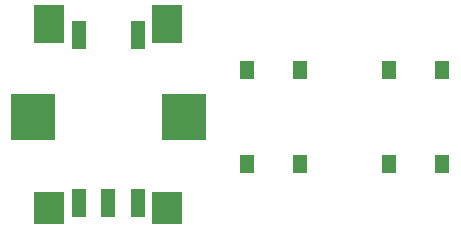
<source format=gbr>
%TF.GenerationSoftware,KiCad,Pcbnew,8.0.6*%
%TF.CreationDate,2024-11-14T19:13:27+01:00*%
%TF.ProjectId,AxxSolder,41787853-6f6c-4646-9572-2e6b69636164,rev?*%
%TF.SameCoordinates,Original*%
%TF.FileFunction,Paste,Top*%
%TF.FilePolarity,Positive*%
%FSLAX46Y46*%
G04 Gerber Fmt 4.6, Leading zero omitted, Abs format (unit mm)*
G04 Created by KiCad (PCBNEW 8.0.6) date 2024-11-14 19:13:27*
%MOMM*%
%LPD*%
G01*
G04 APERTURE LIST*
%ADD10R,1.300000X1.550000*%
%ADD11R,1.300000X2.400000*%
%ADD12R,3.750000X4.000000*%
%ADD13R,2.500000X3.200000*%
%ADD14R,2.500000X2.700000*%
G04 APERTURE END LIST*
D10*
%TO.C,S3*%
X198500000Y-131425000D03*
X194000000Y-131425000D03*
X198500000Y-139375000D03*
X194000000Y-139375000D03*
%TD*%
D11*
%TO.C,U2*%
X167750000Y-142700000D03*
X170250000Y-142700000D03*
X172750000Y-142700000D03*
X167750000Y-128400000D03*
X172750000Y-128400000D03*
D12*
X163875000Y-135400000D03*
D13*
X165250000Y-127500000D03*
D14*
X165250000Y-143050000D03*
D13*
X175250000Y-127500000D03*
D14*
X175250000Y-143050000D03*
D12*
X176625000Y-135400000D03*
%TD*%
D10*
%TO.C,S2*%
X186500000Y-131425000D03*
X182000000Y-131425000D03*
X186500000Y-139375000D03*
X182000000Y-139375000D03*
%TD*%
M02*

</source>
